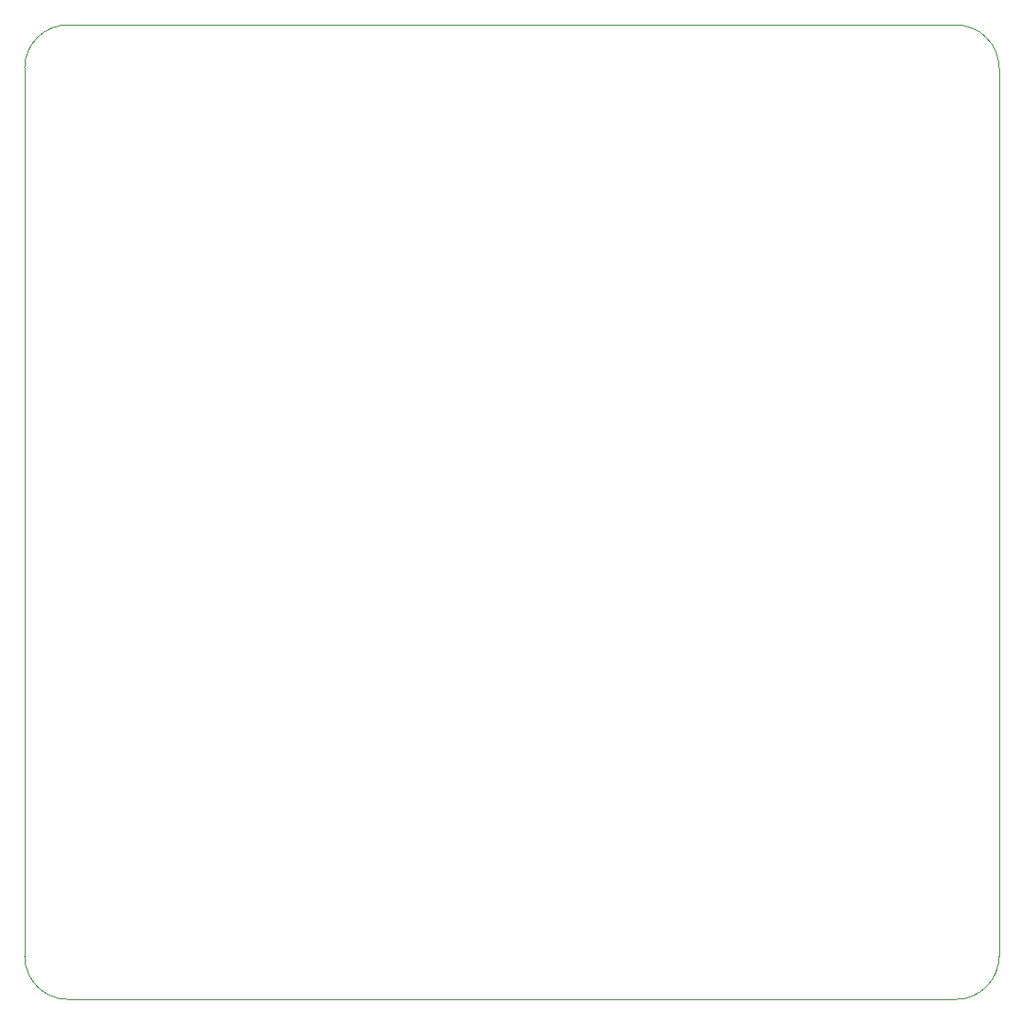
<source format=gbr>
%TF.GenerationSoftware,KiCad,Pcbnew,5.1.10-88a1d61d58~90~ubuntu21.04.1*%
%TF.CreationDate,2021-12-13T13:58:26+01:00*%
%TF.ProjectId,terrarium,74657272-6172-4697-956d-2e6b69636164,rev?*%
%TF.SameCoordinates,Original*%
%TF.FileFunction,Paste,Bot*%
%TF.FilePolarity,Positive*%
%FSLAX46Y46*%
G04 Gerber Fmt 4.6, Leading zero omitted, Abs format (unit mm)*
G04 Created by KiCad (PCBNEW 5.1.10-88a1d61d58~90~ubuntu21.04.1) date 2021-12-13 13:58:26*
%MOMM*%
%LPD*%
G01*
G04 APERTURE LIST*
%TA.AperFunction,Profile*%
%ADD10C,0.050000*%
%TD*%
G04 APERTURE END LIST*
D10*
X45000000Y-113000000D02*
G75*
G02*
X41000000Y-109000000I0J4000000D01*
G01*
X131000000Y-109000000D02*
G75*
G02*
X127000000Y-113000000I-4000000J0D01*
G01*
X127000000Y-23000000D02*
G75*
G02*
X131000000Y-27000000I0J-4000000D01*
G01*
X41000000Y-27000000D02*
G75*
G02*
X45000000Y-23000000I4000000J0D01*
G01*
X127000000Y-23000000D02*
X45000000Y-23000000D01*
X131000000Y-109000000D02*
X131000000Y-27000000D01*
X45000000Y-113000000D02*
X127000000Y-113000000D01*
X41000000Y-27000000D02*
X41000000Y-109000000D01*
M02*

</source>
